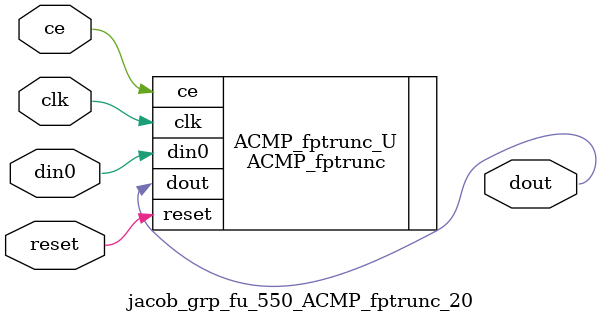
<source format=v>

`timescale 1 ns / 1 ps
module jacob_grp_fu_550_ACMP_fptrunc_20(
    clk,
    reset,
    ce,
    din0,
    dout);

parameter ID = 32'd1;
parameter NUM_STAGE = 32'd1;
parameter din0_WIDTH = 32'd1;
parameter dout_WIDTH = 32'd1;
input clk;
input reset;
input ce;
input[din0_WIDTH - 1:0] din0;
output[dout_WIDTH - 1:0] dout;



ACMP_fptrunc #(
.ID( ID ),
.NUM_STAGE( 2 ),
.din0_WIDTH( din0_WIDTH ),
.dout_WIDTH( dout_WIDTH ))
ACMP_fptrunc_U(
    .clk( clk ),
    .reset( reset ),
    .ce( ce ),
    .din0( din0 ),
    .dout( dout ));

endmodule

</source>
